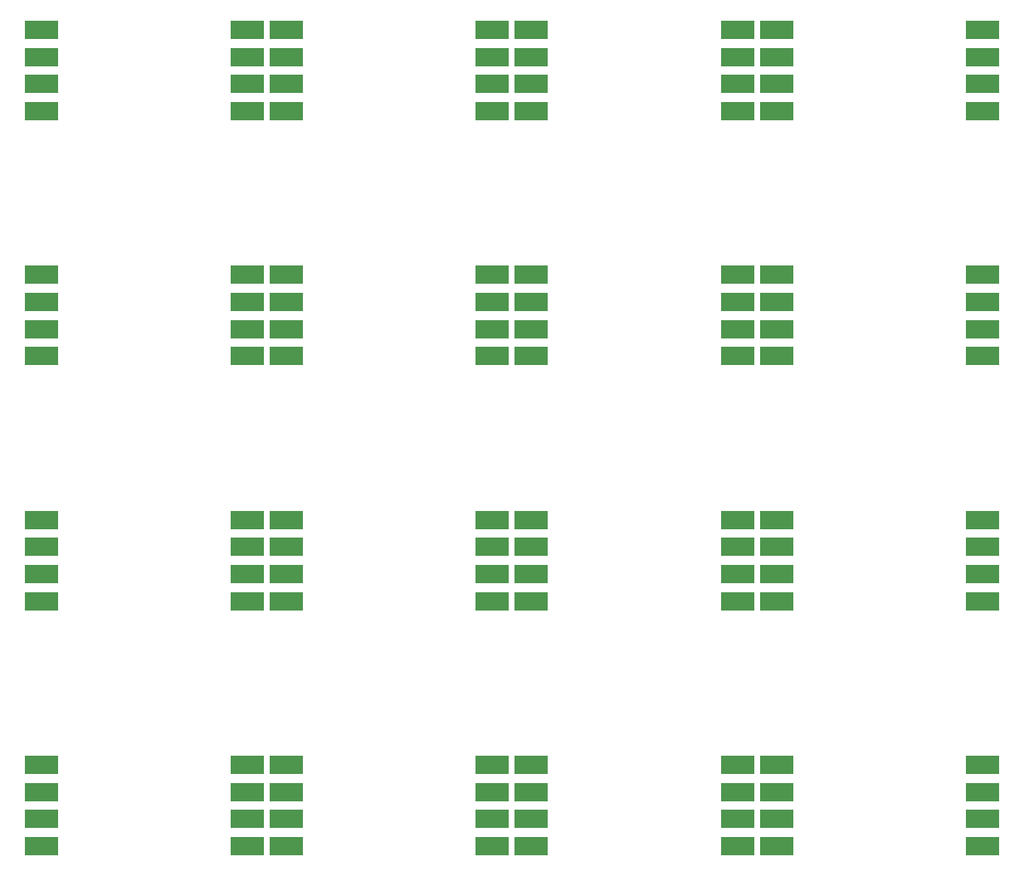
<source format=gbp>
G04 #@! TF.GenerationSoftware,KiCad,Pcbnew,(5.1.5)-3*
G04 #@! TF.CreationDate,2021-04-28T18:54:50+09:00*
G04 #@! TF.ProjectId,DSub9TestPoint.kicad_pcb(4x4),44537562-3954-4657-9374-506f696e742e,rev?*
G04 #@! TF.SameCoordinates,Original*
G04 #@! TF.FileFunction,Paste,Bot*
G04 #@! TF.FilePolarity,Positive*
%FSLAX46Y46*%
G04 Gerber Fmt 4.6, Leading zero omitted, Abs format (unit mm)*
G04 Created by KiCad (PCBNEW (5.1.5)-3) date 2021-04-28 18:54:50*
%MOMM*%
%LPD*%
G04 APERTURE LIST*
%ADD10R,3.480000X1.846667*%
G04 APERTURE END LIST*
D10*
X123000000Y-58345000D03*
X123000000Y-61115000D03*
X123000000Y-63885000D03*
X123000000Y-66655000D03*
X102000000Y-58345000D03*
X102000000Y-61115000D03*
X102000000Y-63885000D03*
X102000000Y-66655000D03*
X123000000Y-83345000D03*
X123000000Y-86115000D03*
X123000000Y-88885000D03*
X123000000Y-91655000D03*
X102000000Y-108345000D03*
X102000000Y-111115000D03*
X102000000Y-113885000D03*
X102000000Y-116655000D03*
X102000000Y-83345000D03*
X102000000Y-86115000D03*
X102000000Y-88885000D03*
X102000000Y-91655000D03*
X123000000Y-108345000D03*
X123000000Y-111115000D03*
X123000000Y-113885000D03*
X123000000Y-116655000D03*
X123000000Y-133345000D03*
X123000000Y-136115000D03*
X123000000Y-138885000D03*
X123000000Y-141655000D03*
X102000000Y-133345000D03*
X102000000Y-136115000D03*
X102000000Y-138885000D03*
X102000000Y-141655000D03*
X148000000Y-91655000D03*
X148000000Y-88885000D03*
X148000000Y-86115000D03*
X148000000Y-83345000D03*
X148000000Y-66655000D03*
X148000000Y-63885000D03*
X148000000Y-61115000D03*
X148000000Y-58345000D03*
X127000000Y-66655000D03*
X127000000Y-63885000D03*
X127000000Y-61115000D03*
X127000000Y-58345000D03*
X148000000Y-116655000D03*
X148000000Y-113885000D03*
X148000000Y-111115000D03*
X148000000Y-108345000D03*
X127000000Y-141655000D03*
X127000000Y-138885000D03*
X127000000Y-136115000D03*
X127000000Y-133345000D03*
X127000000Y-116655000D03*
X127000000Y-113885000D03*
X127000000Y-111115000D03*
X127000000Y-108345000D03*
X148000000Y-141655000D03*
X148000000Y-138885000D03*
X148000000Y-136115000D03*
X148000000Y-133345000D03*
X127000000Y-91655000D03*
X127000000Y-88885000D03*
X127000000Y-86115000D03*
X127000000Y-83345000D03*
X98000000Y-58345000D03*
X98000000Y-61115000D03*
X98000000Y-63885000D03*
X98000000Y-66655000D03*
X77000000Y-58345000D03*
X77000000Y-61115000D03*
X77000000Y-63885000D03*
X77000000Y-66655000D03*
X98000000Y-83345000D03*
X98000000Y-86115000D03*
X98000000Y-88885000D03*
X98000000Y-91655000D03*
X77000000Y-108345000D03*
X77000000Y-111115000D03*
X77000000Y-113885000D03*
X77000000Y-116655000D03*
X77000000Y-83345000D03*
X77000000Y-86115000D03*
X77000000Y-88885000D03*
X77000000Y-91655000D03*
X98000000Y-108345000D03*
X98000000Y-111115000D03*
X98000000Y-113885000D03*
X98000000Y-116655000D03*
X98000000Y-133345000D03*
X98000000Y-136115000D03*
X98000000Y-138885000D03*
X98000000Y-141655000D03*
X77000000Y-133345000D03*
X77000000Y-136115000D03*
X77000000Y-138885000D03*
X77000000Y-141655000D03*
X52000000Y-66655000D03*
X52000000Y-63885000D03*
X52000000Y-61115000D03*
X52000000Y-58345000D03*
X73000000Y-66655000D03*
X73000000Y-63885000D03*
X73000000Y-61115000D03*
X73000000Y-58345000D03*
X52000000Y-91655000D03*
X52000000Y-88885000D03*
X52000000Y-86115000D03*
X52000000Y-83345000D03*
X73000000Y-91655000D03*
X73000000Y-88885000D03*
X73000000Y-86115000D03*
X73000000Y-83345000D03*
X52000000Y-116655000D03*
X52000000Y-113885000D03*
X52000000Y-111115000D03*
X52000000Y-108345000D03*
X73000000Y-116655000D03*
X73000000Y-113885000D03*
X73000000Y-111115000D03*
X73000000Y-108345000D03*
X52000000Y-141655000D03*
X52000000Y-138885000D03*
X52000000Y-136115000D03*
X52000000Y-133345000D03*
X73000000Y-141655000D03*
X73000000Y-138885000D03*
X73000000Y-136115000D03*
X73000000Y-133345000D03*
M02*

</source>
